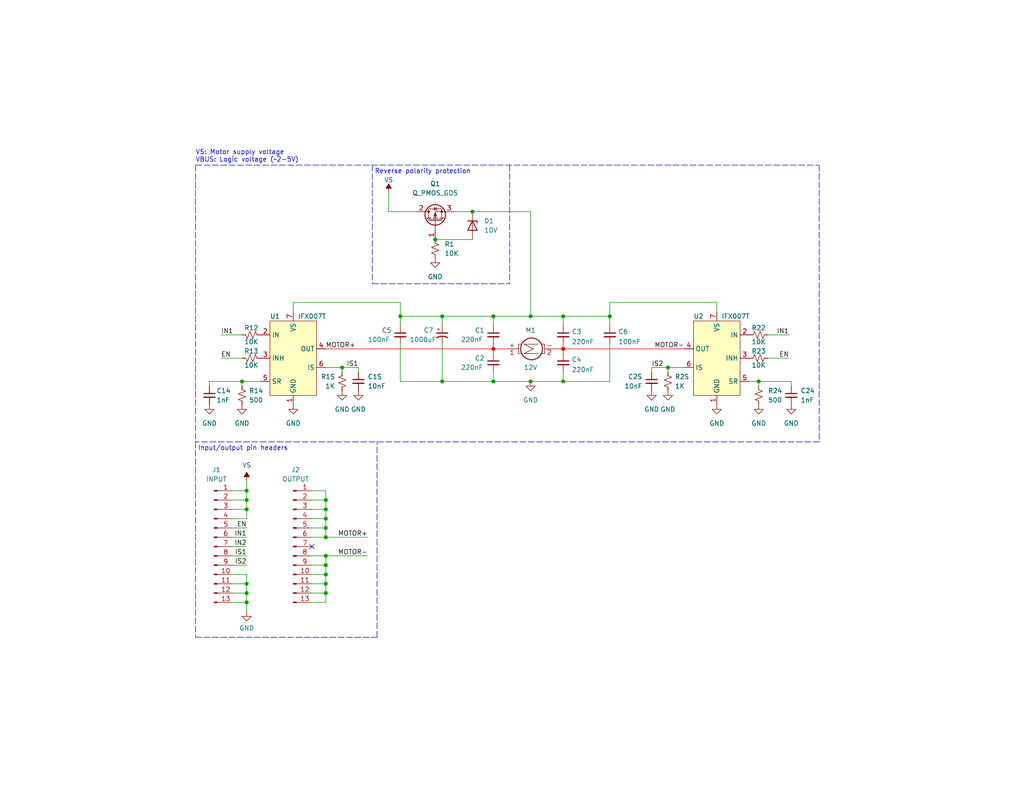
<source format=kicad_sch>
(kicad_sch (version 20211123) (generator eeschema)
  (paper "USLetter")
  (title_block (title "Brake Controller Breakout") (date "2022-04-04") (rev "A") (company "AMP Purdue"))
  (lib_symbols
    (symbol "Connector:Conn_01x13_Male" (pin_names (offset 1.016) hide)
      (property "Reference" "J" (at 0 17.78 0))
      (property "Value" "Conn_01x13_Male" (at 0 -17.78 0))
      (symbol "Conn_01x13_Male_1_1"
        (polyline (pts (xy 1.27 -15.24) (xy 0.8636 -15.24)) (stroke (width 0.1524)))
        (polyline (pts (xy 1.27 -12.7) (xy 0.8636 -12.7)) (stroke (width 0.1524)))
        (polyline (pts (xy 1.27 -10.16) (xy 0.8636 -10.16)) (stroke (width 0.1524)))
        (polyline (pts (xy 1.27 -7.62) (xy 0.8636 -7.62)) (stroke (width 0.1524)))
        (polyline (pts (xy 1.27 -5.08) (xy 0.8636 -5.08)) (stroke (width 0.1524)))
        (polyline (pts (xy 1.27 -2.54) (xy 0.8636 -2.54)) (stroke (width 0.1524)))
        (polyline (pts (xy 1.27 0) (xy 0.8636 0)) (stroke (width 0.1524)))
        (polyline (pts (xy 1.27 2.54) (xy 0.8636 2.54)) (stroke (width 0.1524)))
        (polyline (pts (xy 1.27 5.08) (xy 0.8636 5.08)) (stroke (width 0.1524)))
        (polyline (pts (xy 1.27 7.62) (xy 0.8636 7.62)) (stroke (width 0.1524)))
        (polyline (pts (xy 1.27 10.16) (xy 0.8636 10.16)) (stroke (width 0.1524)))
        (polyline (pts (xy 1.27 12.7) (xy 0.8636 12.7)) (stroke (width 0.1524)))
        (polyline (pts (xy 1.27 15.24) (xy 0.8636 15.24)) (stroke (width 0.1524)))
        (rectangle (start 0.8636 -15.113) (end 0 -15.367) (stroke (width 0.1524)) (fill (type outline)))
        (rectangle (start 0.8636 -12.573) (end 0 -12.827) (stroke (width 0.1524)) (fill (type outline)))
        (rectangle (start 0.8636 -10.033) (end 0 -10.287) (stroke (width 0.1524)) (fill (type outline)))
        (rectangle (start 0.8636 -7.493) (end 0 -7.747) (stroke (width 0.1524)) (fill (type outline)))
        (rectangle (start 0.8636 -4.953) (end 0 -5.207) (stroke (width 0.1524)) (fill (type outline)))
        (rectangle (start 0.8636 -2.413) (end 0 -2.667) (stroke (width 0.1524)) (fill (type outline)))
        (rectangle (start 0.8636 0.127) (end 0 -0.127) (stroke (width 0.1524)) (fill (type outline)))
        (rectangle (start 0.8636 2.667) (end 0 2.413) (stroke (width 0.1524)) (fill (type outline)))
        (rectangle (start 0.8636 5.207) (end 0 4.953) (stroke (width 0.1524)) (fill (type outline)))
        (rectangle (start 0.8636 7.747) (end 0 7.493) (stroke (width 0.1524)) (fill (type outline)))
        (rectangle (start 0.8636 10.287) (end 0 10.033) (stroke (width 0.1524)) (fill (type outline)))
        (rectangle (start 0.8636 12.827) (end 0 12.573) (stroke (width 0.1524)) (fill (type outline)))
        (rectangle (start 0.8636 15.367) (end 0 15.113) (stroke (width 0.1524)) (fill (type outline)))
        (pin passive line (at 5.08 15.24 180) (length 3.81) (name "Pin_1") (number "1"))
        (pin passive line (at 5.08 -7.62 180) (length 3.81) (name "Pin_10") (number "10"))
        (pin passive line (at 5.08 -10.16 180) (length 3.81) (name "Pin_11") (number "11"))
        (pin passive line (at 5.08 -12.7 180) (length 3.81) (name "Pin_12") (number "12"))
        (pin passive line (at 5.08 -15.24 180) (length 3.81) (name "Pin_13") (number "13"))
        (pin passive line (at 5.08 12.7 180) (length 3.81) (name "Pin_2") (number "2"))
        (pin passive line (at 5.08 10.16 180) (length 3.81) (name "Pin_3") (number "3"))
        (pin passive line (at 5.08 7.62 180) (length 3.81) (name "Pin_4") (number "4"))
        (pin passive line (at 5.08 5.08 180) (length 3.81) (name "Pin_5") (number "5"))
        (pin passive line (at 5.08 2.54 180) (length 3.81) (name "Pin_6") (number "6"))
        (pin passive line (at 5.08 0 180) (length 3.81) (name "Pin_7") (number "7"))
        (pin passive line (at 5.08 -2.54 180) (length 3.81) (name "Pin_8") (number "8"))
        (pin passive line (at 5.08 -5.08 180) (length 3.81) (name "Pin_9") (number "9"))
      )
    )
    (symbol "Device:C_Polarized_Small_US" (pin_numbers hide) (pin_names (offset 0.254) hide)
      (property "Reference" "C" (at 0.254 1.778 0))
      (property "Value" "C_Polarized_Small_US" (at 0.254 -2.032 0))
      (symbol "C_Polarized_Small_US_0_1"
        (polyline (pts (xy -1.524 0.508) (xy 1.524 0.508)) (stroke (width 0.3048)))
        (polyline (pts (xy -1.27 1.524) (xy -0.762 1.524)))
        (polyline (pts (xy -1.016 1.27) (xy -1.016 1.778)))
        (arc (start 1.524 -0.762) (mid 0 -0.3734) (end -1.524 -0.762) (stroke (width 0.3048)))
      )
      (symbol "C_Polarized_Small_US_1_1"
        (pin passive line (at 0 2.54 270) (length 2.032) (name "~") (number "1"))
        (pin passive line (at 0 -2.54 90) (length 2.032) (name "~") (number "2"))
      )
    )
    (symbol "Device:C_Small" (pin_numbers hide) (pin_names (offset 0.254) hide)
      (property "Reference" "C" (at 0.254 1.778 0))
      (property "Value" "C_Small" (at 0.254 -2.032 0))
      (symbol "C_Small_0_1"
        (polyline (pts (xy -1.524 -0.508) (xy 1.524 -0.508)) (stroke (width 0.3302)))
        (polyline (pts (xy -1.524 0.508) (xy 1.524 0.508)) (stroke (width 0.3048)))
      )
      (symbol "C_Small_1_1"
        (pin passive line (at 0 2.54 270) (length 2.032) (name "~") (number "1"))
        (pin passive line (at 0 -2.54 90) (length 2.032) (name "~") (number "2"))
      )
    )
    (symbol "Device:D_Zener" (pin_numbers hide) (pin_names (offset 1.016) hide)
      (property "Reference" "D" (at 0 2.54 0))
      (property "Value" "D_Zener" (at 0 -2.54 0))
      (symbol "D_Zener_0_1"
        (polyline (pts (xy 1.27 0) (xy -1.27 0)))
        (polyline (pts (xy -1.27 -1.27) (xy -1.27 1.27) (xy -0.762 1.27)) (stroke (width 0.254)))
        (polyline (pts (xy 1.27 -1.27) (xy 1.27 1.27) (xy -1.27 0) (xy 1.27 -1.27)) (stroke (width 0.254)))
      )
      (symbol "D_Zener_1_1"
        (pin passive line (at -3.81 0 0) (length 2.54) (name "K") (number "1"))
        (pin passive line (at 3.81 0 180) (length 2.54) (name "A") (number "2"))
      )
    )
    (symbol "Device:Q_PMOS_GDS" (pin_names (offset 0) hide)
      (property "Reference" "Q" (at 5.08 1.27 0))
      (property "Value" "Q_PMOS_GDS" (at 5.08 -1.27 0))
      (symbol "Q_PMOS_GDS_0_1"
        (polyline (pts (xy 0.254 0) (xy -2.54 0)))
        (polyline (pts (xy 0.254 1.905) (xy 0.254 -1.905)) (stroke (width 0.254)))
        (polyline (pts (xy 0.762 -1.27) (xy 0.762 -2.286)) (stroke (width 0.254)))
        (polyline (pts (xy 0.762 0.508) (xy 0.762 -0.508)) (stroke (width 0.254)))
        (polyline (pts (xy 0.762 2.286) (xy 0.762 1.27)) (stroke (width 0.254)))
        (polyline (pts (xy 2.54 2.54) (xy 2.54 1.778)))
        (polyline (pts (xy 2.54 -2.54) (xy 2.54 0) (xy 0.762 0)))
        (polyline (pts (xy 0.762 1.778) (xy 3.302 1.778) (xy 3.302 -1.778) (xy 0.762 -1.778)))
        (polyline (pts (xy 2.286 0) (xy 1.27 0.381) (xy 1.27 -0.381) (xy 2.286 0)) (fill (type outline)))
        (polyline (pts (xy 2.794 -0.508) (xy 2.921 -0.381) (xy 3.683 -0.381) (xy 3.81 -0.254)))
        (polyline (pts (xy 3.302 -0.381) (xy 2.921 0.254) (xy 3.683 0.254) (xy 3.302 -0.381)))
        (circle (center 1.651 0) (radius 2.794) (stroke (width 0.254)))
        (circle (center 2.54 -1.778) (radius 0.254) (fill (type outline)))
        (circle (center 2.54 1.778) (radius 0.254) (fill (type outline)))
      )
      (symbol "Q_PMOS_GDS_1_1"
        (pin input line (at -5.08 0 0) (length 2.54) (name "G") (number "1"))
        (pin passive line (at 2.54 5.08 270) (length 2.54) (name "D") (number "2"))
        (pin passive line (at 2.54 -5.08 90) (length 2.54) (name "S") (number "3"))
      )
    )
    (symbol "Device:R_Small_US" (pin_numbers hide) (pin_names (offset 0.254) hide)
      (property "Reference" "R" (at 0.762 0.508 0))
      (property "Value" "R_Small_US" (at 0.762 -1.016 0))
      (symbol "R_Small_US_1_1"
        (polyline (pts (xy 0 0) (xy 1.016 -0.381) (xy 0 -0.762) (xy -1.016 -1.143) (xy 0 -1.524)))
        (polyline (pts (xy 0 1.524) (xy 1.016 1.143) (xy 0 0.762) (xy -1.016 0.381) (xy 0 0)))
        (pin passive line (at 0 2.54 270) (length 1.016) (name "~") (number "1"))
        (pin passive line (at 0 -2.54 90) (length 1.016) (name "~") (number "2"))
      )
    )
    (symbol "Driver_Motor_Other:IFX007T"
      (property "Reference" "U" (at 7.62 8.89 0))
      (property "Value" "IFX007T" (at 7.62 6.35 0))
      (symbol "IFX007T_0_1"
        (rectangle (start -6.35 10.16) (end 6.35 -10.16) (stroke (width 0.1524)) (fill (type background)))
      )
      (symbol "IFX007T_1_1"
        (pin power_in line (at 0 -12.7 90) (length 2.54) (name "GND") (number "1"))
        (pin input line (at -8.89 6.35 0) (length 2.54) (name "IN") (number "2"))
        (pin input line (at -8.89 0 0) (length 2.54) (name "INH") (number "3"))
        (pin power_out line (at 8.89 2.54 180) (length 2.54) (name "OUT") (number "4"))
        (pin input line (at -8.89 -6.35 0) (length 2.54) (name "SR") (number "5"))
        (pin output line (at 8.89 -2.54 180) (length 2.54) (name "IS") (number "6"))
        (pin power_in line (at 0 12.7 270) (length 2.54) (name "VS") (number "7"))
        (pin power_in line (at 0 -12.7 90) (length 2.54) hide (name "GND") (number "8"))
      )
    )
    (symbol "Motor:Motor_DC_ALT" (pin_names (offset 0))
      (property "Reference" "M" (at 2.54 2.54 0))
      (property "Value" "Motor_DC_ALT" (at 2.54 -5.08 0))
      (symbol "Motor_DC_ALT_0_0"
        (circle (center 0 -1.524) (radius 2.9718) (stroke (width 0.254)))
        (polyline (pts (xy -1.27 -4.318) (xy -1.27 -5.08) (xy 1.27 -5.08) (xy 1.27 -4.318)))
        (polyline (pts (xy -1.27 1.27) (xy -1.27 2.032) (xy 1.27 2.032) (xy 1.27 1.27)))
        (polyline (pts (xy -1.27 -3.302) (xy -1.27 0.508) (xy 0 -2.032) (xy 1.27 0.508) (xy 1.27 -3.302)))
      )
      (symbol "Motor_DC_ALT_0_1"
        (polyline (pts (xy 0 2.032) (xy 0 2.54)))
      )
      (symbol "Motor_DC_ALT_1_1"
        (pin passive line (at 0 5.08 270) (length 2.54) (name "+") (number "1"))
        (pin passive line (at 0 -7.62 90) (length 2.54) (name "-") (number "2"))
      )
    )
    (symbol "power:GND" (power) (pin_names (offset 0))
      (property "Value" "GND" (at 0 -3.81 0))
      (symbol "GND_0_1"
        (polyline (pts (xy 0 0) (xy 0 -1.27) (xy 1.27 -1.27) (xy 0 -2.54) (xy -1.27 -1.27) (xy 0 -1.27)))
      )
      (symbol "GND_1_1"
        (pin power_in line (at 0 0 270) (length 0) hide (name "GND") (number "1"))
      )
    )
    (symbol "power:VS" (power) (pin_names (offset 0))
      (property "Value" "VS" (at 0 3.81 0))
      (symbol "VS_0_1"
        (polyline (pts (xy 0 0) (xy 0 2.54)))
        (polyline (pts (xy 0.762 1.27) (xy -0.762 1.27) (xy 0 2.54) (xy 0.762 1.27)) (fill (type outline)))
      )
      (symbol "VS_1_1"
        (pin power_in line (at 0 0 90) (length 0) hide (name "VS") (number "1"))
      )
    )
  )
  (junction (at 207.01 104.14))
  (junction (at 88.9 161.925))
  (junction (at 120.65 86.36))
  (junction (at 67.31 139.065))
  (junction (at 182.245 100.33))
  (junction (at 134.62 95.25) (color 255 0 0 1))
  (junction (at 153.67 86.36))
  (junction (at 88.9 154.305))
  (junction (at 153.67 95.25) (color 255 0 0 1))
  (junction (at 134.62 86.36))
  (junction (at 144.78 104.14))
  (junction (at 93.345 100.33))
  (junction (at 144.78 86.36))
  (junction (at 67.31 133.985))
  (junction (at 109.22 86.36))
  (junction (at 67.31 164.465))
  (junction (at 67.31 161.925))
  (junction (at 120.65 104.14))
  (junction (at 88.9 139.065))
  (junction (at 134.62 104.14))
  (junction (at 128.905 57.785))
  (junction (at 153.67 104.14))
  (junction (at 88.9 146.685))
  (junction (at 88.9 151.765))
  (junction (at 88.9 156.845))
  (junction (at 67.31 159.385))
  (junction (at 66.04 104.14))
  (junction (at 88.9 159.385))
  (junction (at 88.9 136.525))
  (junction (at 67.31 136.525))
  (junction (at 88.9 144.145))
  (junction (at 88.9 141.605))
  (junction (at 166.37 86.36))
  (junction (at 118.745 65.405))
  (no_connect (at 85.09 149.225))
  (wire (pts (xy 88.9 159.385) (xy 88.9 161.925)))
  (wire (pts (xy 88.9 95.25) (xy 134.62 95.25)) (stroke (width 0) (color 255 0 0 1)))
  (polyline (pts (xy 53.34 173.99) (xy 102.87 173.99)))
  (wire (pts (xy 85.09 154.305) (xy 88.9 154.305)))
  (wire (pts (xy 63.5 139.065) (xy 67.31 139.065)))
  (wire (pts (xy 67.31 133.985) (xy 63.5 133.985)))
  (wire (pts (xy 153.67 104.14) (xy 166.37 104.14)))
  (wire (pts (xy 85.09 156.845) (xy 88.9 156.845)))
  (wire (pts (xy 106.045 57.785) (xy 106.045 52.705)))
  (wire (pts (xy 63.5 141.605) (xy 67.31 141.605)))
  (wire (pts (xy 63.5 154.305) (xy 67.31 154.305)))
  (wire (pts (xy 97.79 100.33) (xy 97.79 101.6)))
  (wire (pts (xy 134.62 93.98) (xy 134.62 95.25)) (stroke (width 0) (color 255 0 0 1)))
  (wire (pts (xy 88.9 141.605) (xy 88.9 139.065)))
  (wire (pts (xy 60.325 97.79) (xy 66.04 97.79)))
  (wire (pts (xy 153.67 101.6) (xy 153.67 104.14)))
  (wire (pts (xy 67.31 139.065) (xy 67.31 141.605)))
  (polyline (pts (xy 53.34 45.085) (xy 223.52 45.085)))
  (wire (pts (xy 166.37 86.36) (xy 166.37 88.9)))
  (wire (pts (xy 204.47 104.14) (xy 207.01 104.14)))
  (wire (pts (xy 63.5 136.525) (xy 67.31 136.525)))
  (wire (pts (xy 63.5 151.765) (xy 67.31 151.765)))
  (wire (pts (xy 88.9 154.305) (xy 88.9 156.845)))
  (wire (pts (xy 63.5 144.145) (xy 67.31 144.145)))
  (wire (pts (xy 215.265 91.44) (xy 209.55 91.44)))
  (wire (pts (xy 144.78 86.36) (xy 153.67 86.36)))
  (wire (pts (xy 85.09 159.385) (xy 88.9 159.385)))
  (polyline (pts (xy 53.34 120.65) (xy 53.34 173.99)))
  (wire (pts (xy 67.31 161.925) (xy 67.31 164.465)))
  (wire (pts (xy 182.245 100.33) (xy 177.8 100.33)))
  (wire (pts (xy 144.78 104.14) (xy 153.67 104.14)))
  (wire (pts (xy 166.37 82.55) (xy 195.58 82.55)))
  (wire (pts (xy 207.01 104.14) (xy 215.9 104.14)))
  (wire (pts (xy 66.04 104.14) (xy 66.04 105.41)))
  (wire (pts (xy 134.62 104.14) (xy 144.78 104.14)))
  (wire (pts (xy 120.65 93.98) (xy 120.65 104.14)))
  (wire (pts (xy 113.665 57.785) (xy 106.045 57.785)))
  (wire (pts (xy 88.9 151.765) (xy 100.33 151.765)))
  (wire (pts (xy 88.9 136.525) (xy 85.09 136.525)))
  (polyline (pts (xy 102.87 173.99) (xy 102.87 120.65)))
  (wire (pts (xy 109.22 104.14) (xy 120.65 104.14)))
  (wire (pts (xy 88.9 146.685) (xy 88.9 144.145)))
  (wire (pts (xy 109.22 93.98) (xy 109.22 104.14)))
  (wire (pts (xy 177.8 100.33) (xy 177.8 101.6)))
  (wire (pts (xy 215.9 104.14) (xy 215.9 105.41)))
  (wire (pts (xy 134.62 88.9) (xy 134.62 86.36)))
  (wire (pts (xy 85.09 144.145) (xy 88.9 144.145)))
  (wire (pts (xy 182.245 100.33) (xy 186.69 100.33)))
  (wire (pts (xy 80.01 82.55) (xy 109.22 82.55)))
  (wire (pts (xy 109.22 86.36) (xy 120.65 86.36)))
  (wire (pts (xy 60.325 91.44) (xy 66.04 91.44)))
  (polyline (pts (xy 101.6 77.47) (xy 139.065 77.47)))
  (wire (pts (xy 166.37 82.55) (xy 166.37 86.36)))
  (wire (pts (xy 182.245 100.33) (xy 182.245 101.6)))
  (wire (pts (xy 151.13 95.25) (xy 153.67 95.25)) (stroke (width 0) (color 255 0 0 1)))
  (wire (pts (xy 67.31 167.005) (xy 67.31 164.465)))
  (wire (pts (xy 67.31 161.925) (xy 67.31 159.385)))
  (wire (pts (xy 85.09 161.925) (xy 88.9 161.925)))
  (wire (pts (xy 134.62 86.36) (xy 144.78 86.36)))
  (wire (pts (xy 88.9 136.525) (xy 88.9 139.065)))
  (wire (pts (xy 109.22 88.9) (xy 109.22 86.36)))
  (wire (pts (xy 63.5 146.685) (xy 67.31 146.685)))
  (polyline (pts (xy 223.52 120.65) (xy 53.34 120.65)))
  (wire (pts (xy 93.345 100.33) (xy 88.9 100.33)))
  (wire (pts (xy 80.01 85.09) (xy 80.01 82.55)))
  (wire (pts (xy 123.825 57.785) (xy 128.905 57.785)))
  (wire (pts (xy 57.15 104.14) (xy 66.04 104.14)))
  (wire (pts (xy 85.09 151.765) (xy 88.9 151.765)))
  (wire (pts (xy 67.31 159.385) (xy 63.5 159.385)))
  (wire (pts (xy 85.09 141.605) (xy 88.9 141.605)))
  (wire (pts (xy 118.745 65.405) (xy 128.905 65.405)))
  (wire (pts (xy 93.345 100.33) (xy 97.79 100.33)))
  (wire (pts (xy 195.58 82.55) (xy 195.58 85.09)))
  (wire (pts (xy 67.31 139.065) (xy 67.31 136.525)))
  (polyline (pts (xy 223.52 45.085) (xy 223.52 120.65)))
  (wire (pts (xy 66.04 104.14) (xy 71.12 104.14)))
  (wire (pts (xy 93.345 100.33) (xy 93.345 101.6)))
  (polyline (pts (xy 139.065 45.085) (xy 139.065 77.47)))
  (wire (pts (xy 67.31 164.465) (xy 63.5 164.465)))
  (wire (pts (xy 63.5 149.225) (xy 67.31 149.225)))
  (wire (pts (xy 153.67 95.25) (xy 153.67 96.52)) (stroke (width 0) (color 255 0 0 1)))
  (wire (pts (xy 209.55 97.79) (xy 215.265 97.79)))
  (wire (pts (xy 134.62 101.6) (xy 134.62 104.14)))
  (wire (pts (xy 57.15 104.14) (xy 57.15 105.41)))
  (wire (pts (xy 85.09 133.985) (xy 88.9 133.985)))
  (wire (pts (xy 166.37 86.36) (xy 153.67 86.36)))
  (wire (pts (xy 88.9 156.845) (xy 88.9 159.385)))
  (polyline (pts (xy 101.6 45.085) (xy 101.6 77.47)))
  (wire (pts (xy 63.5 156.845) (xy 67.31 156.845)))
  (wire (pts (xy 88.9 146.685) (xy 100.33 146.685)))
  (wire (pts (xy 120.65 86.36) (xy 134.62 86.36)))
  (wire (pts (xy 109.22 82.55) (xy 109.22 86.36)))
  (wire (pts (xy 88.9 164.465) (xy 85.09 164.465)))
  (polyline (pts (xy 53.34 45.085) (xy 53.34 120.65)))
  (wire (pts (xy 88.9 133.985) (xy 88.9 136.525)))
  (wire (pts (xy 88.9 144.145) (xy 88.9 141.605)))
  (wire (pts (xy 134.62 95.25) (xy 134.62 96.52)) (stroke (width 0) (color 255 0 0 1)))
  (wire (pts (xy 88.9 139.065) (xy 85.09 139.065)))
  (wire (pts (xy 207.01 104.14) (xy 207.01 105.41)))
  (wire (pts (xy 153.67 86.36) (xy 153.67 88.9)))
  (wire (pts (xy 88.9 151.765) (xy 88.9 154.305)))
  (wire (pts (xy 153.67 95.25) (xy 186.69 95.25)) (stroke (width 0) (color 255 0 0 1)))
  (wire (pts (xy 88.9 161.925) (xy 88.9 164.465)))
  (wire (pts (xy 85.09 146.685) (xy 88.9 146.685)))
  (wire (pts (xy 120.65 86.36) (xy 120.65 88.9)))
  (wire (pts (xy 67.31 131.445) (xy 67.31 133.985)))
  (wire (pts (xy 120.65 104.14) (xy 134.62 104.14)))
  (wire (pts (xy 134.62 95.25) (xy 138.43 95.25)) (stroke (width 0) (color 255 0 0 1)))
  (wire (pts (xy 144.78 57.785) (xy 144.78 86.36)))
  (wire (pts (xy 67.31 136.525) (xy 67.31 133.985)))
  (wire (pts (xy 128.905 57.785) (xy 144.78 57.785)))
  (wire (pts (xy 67.31 156.845) (xy 67.31 159.385)))
  (wire (pts (xy 153.67 93.98) (xy 153.67 95.25)) (stroke (width 0) (color 255 0 0 1)))
  (wire (pts (xy 166.37 104.14) (xy 166.37 93.98)))
  (wire (pts (xy 63.5 161.925) (xy 67.31 161.925)))
  (text "VS: Motor supply voltage\nVBUS: Logic voltage (~2-5V)" (at 53.34 44.45 0) (effects (font (size 1.27 1.27)) (justify left bottom)))
  (text "Reverse polarity protection" (at 102.235 47.625 0) (effects (font (size 1.27 1.27)) (justify left bottom)))
  (text "Input/output pin headers" (at 53.975 123.19 0) (effects (font (size 1.27 1.27)) (justify left bottom)))
  (label "IS1" (at 67.31 151.765 180))
  (label "EN" (at 215.265 97.79 180))
  (label "MOTOR-" (at 100.33 151.765 180))
  (label "IS2" (at 177.8 100.33 0))
  (label "MOTOR+" (at 88.9 95.25 0))
  (label "MOTOR-" (at 186.69 95.25 180))
  (label "IS1" (at 97.79 100.33 180))
  (label "IN1" (at 67.31 146.685 180))
  (label "IN1" (at 215.265 91.44 180))
  (label "IS2" (at 67.31 154.305 180))
  (label "EN" (at 60.325 97.79 0))
  (label "MOTOR+" (at 100.33 146.685 180))
  (label "IN2" (at 67.31 149.225 180))
  (label "IN1" (at 60.325 91.44 0))
  (label "EN" (at 67.31 144.145 180))
  (symbol (lib_id "power:GND") (at 207.01 110.49 0) (unit 1)
    (property "Reference" "#PWR?" (effects hide))
    (property "Value" "GND" (at 207.01 115.57 0))
  )
  (symbol (lib_id "Device:R_Small_US") (at 68.58 91.44 270) (mirror x) (unit 1)
    (property "Reference" "R12" (at 68.58 89.535 90))
    (property "Value" "10K" (at 68.58 93.345 90))
  )
  (symbol (lib_id "power:GND") (at 66.04 110.49 0) (unit 1)
    (property "Reference" "#PWR?" (effects hide))
    (property "Value" "GND" (at 66.04 115.57 0))
  )
  (symbol (lib_id "Device:Q_PMOS_GDS") (at 118.745 60.325 90) (unit 1)
    (property "Reference" "Q1" (at 118.745 50.165 90))
    (property "Value" "Q_PMOS_GDS" (at 118.745 52.705 90))
  )
  (symbol (lib_id "Device:R_Small_US") (at 182.245 104.14 0) (unit 1)
    (property "Reference" "R2S" (at 184.15 102.8699 0) (effects (justify left)))
    (property "Value" "1K" (at 184.15 105.4099 0) (effects (justify left)))
  )
  (symbol (lib_id "Connector:Conn_01x13_Male") (at 58.42 149.225 0) (unit 1)
    (property "Reference" "J1" (at 59.055 128.27 0))
    (property "Value" "INPUT" (at 59.055 130.81 0))
  )
  (symbol (lib_id "Device:R_Small_US") (at 66.04 107.95 0) (unit 1)
    (property "Reference" "R14" (at 67.945 106.68 0) (effects (justify left)))
    (property "Value" "500" (at 67.945 109.22 0) (effects (justify left)))
  )
  (symbol (lib_id "Device:C_Small") (at 97.79 104.14 0) (mirror y) (unit 1)
    (property "Reference" "C1S" (at 100.33 102.87 0) (effects (justify right)))
    (property "Value" "10nF" (at 100.33 105.41 0) (effects (justify right)))
  )
  (symbol (lib_id "power:GND") (at 195.58 110.49 0) (unit 1)
    (property "Reference" "#PWR?" (effects hide))
    (property "Value" "GND" (at 195.58 115.57 0))
  )
  (symbol (lib_id "Device:R_Small_US") (at 207.01 91.44 90) (unit 1)
    (property "Reference" "R22" (at 207.01 89.535 90))
    (property "Value" "10K" (at 207.01 93.345 90))
  )
  (symbol (lib_id "power:GND") (at 93.345 106.68 0) (mirror y) (unit 1)
    (property "Reference" "#PWR?" (effects hide))
    (property "Value" "GND" (at 93.345 111.76 0))
  )
  (symbol (lib_id "power:GND") (at 177.8 106.68 0) (unit 1)
    (property "Reference" "#PWR?" (effects hide))
    (property "Value" "GND" (at 177.8 111.76 0))
  )
  (symbol (lib_id "Connector:Conn_01x13_Male") (at 80.01 149.225 0) (unit 1)
    (property "Reference" "J2" (at 80.645 128.27 0))
    (property "Value" "OUTPUT" (at 80.645 130.81 0))
  )
  (symbol (lib_id "Motor:Motor_DC_ALT") (at 143.51 95.25 90) (unit 1)
    (property "Reference" "M1" (at 144.78 90.17 90))
    (property "Value" "12V" (at 144.78 100.33 90))
  )
  (symbol (lib_id "Device:R_Small_US") (at 207.01 107.95 0) (unit 1)
    (property "Reference" "R24" (at 209.55 106.6799 0) (effects (justify left)))
    (property "Value" "500" (at 209.55 109.2199 0) (effects (justify left)))
  )
  (symbol (lib_id "Device:C_Small") (at 134.62 99.06 0) (unit 1)
    (property "Reference" "C2" (at 129.54 97.79 0) (effects (justify left)))
    (property "Value" "220nF" (at 125.73 100.33 0) (effects (justify left)))
  )
  (symbol (lib_id "Device:R_Small_US") (at 68.58 97.79 270) (mirror x) (unit 1)
    (property "Reference" "R13" (at 68.58 95.885 90))
    (property "Value" "10K" (at 68.58 99.695 90))
  )
  (symbol (lib_id "Device:C_Polarized_Small_US") (at 120.65 91.44 0) (unit 1)
    (property "Reference" "C7" (at 115.57 90.17 0) (effects (justify left)))
    (property "Value" "1000uF" (at 111.76 92.71 0) (effects (justify left)))
  )
  (symbol (lib_id "Device:C_Small") (at 57.15 107.95 0) (unit 1)
    (property "Reference" "C14" (at 59.055 106.68 0) (effects (justify left)))
    (property "Value" "1nF" (at 59.055 109.22 0) (effects (justify left)))
  )
  (symbol (lib_id "power:GND") (at 182.245 106.68 0) (unit 1)
    (property "Reference" "#PWR?" (effects hide))
    (property "Value" "GND" (at 182.245 111.76 0))
  )
  (symbol (lib_id "Device:R_Small_US") (at 118.745 67.945 0) (unit 1)
    (property "Reference" "R1" (at 121.285 66.6749 0) (effects (justify left)))
    (property "Value" "10K" (at 121.285 69.2149 0) (effects (justify left)))
  )
  (symbol (lib_id "Device:C_Small") (at 153.67 99.06 0) (unit 1)
    (property "Reference" "C4" (at 155.9941 98.1578 0) (effects (justify left)))
    (property "Value" "220nF" (at 155.9941 100.9329 0) (effects (justify left)))
  )
  (symbol (lib_id "Device:R_Small_US") (at 93.345 104.14 0) (mirror y) (unit 1)
    (property "Reference" "R1S" (at 91.44 102.87 0) (effects (justify left)))
    (property "Value" "1K" (at 91.44 105.41 0) (effects (justify left)))
  )
  (symbol (lib_id "Device:C_Small") (at 177.8 104.14 0) (unit 1)
    (property "Reference" "C2S" (at 175.26 102.87 0) (effects (justify right)))
    (property "Value" "10nF" (at 175.26 105.41 0) (effects (justify right)))
  )
  (symbol (lib_id "Device:D_Zener") (at 128.905 61.595 270) (unit 1)
    (property "Reference" "D1" (at 132.08 60.3249 90) (effects (justify left)))
    (property "Value" "10V" (at 132.08 62.8649 90) (effects (justify left)))
  )
  (symbol (lib_id "power:GND") (at 80.01 110.49 0) (unit 1)
    (property "Reference" "#PWR?" (effects hide))
    (property "Value" "GND" (at 80.01 115.57 0))
  )
  (symbol (lib_id "power:VS") (at 106.045 52.705 0) (unit 1)
    (property "Reference" "#PWR?" (effects hide))
    (property "Value" "VS" (at 106.045 49.1292 0))
  )
  (symbol (lib_id "power:GND") (at 215.9 110.49 0) (unit 1)
    (property "Reference" "#PWR?" (effects hide))
    (property "Value" "GND" (at 215.9 115.57 0))
  )
  (symbol (lib_id "Device:R_Small_US") (at 207.01 97.79 90) (unit 1)
    (property "Reference" "R23" (at 207.01 95.885 90))
    (property "Value" "10K" (at 207.01 99.695 90))
  )
  (symbol (lib_id "power:GND") (at 118.745 70.485 0) (unit 1)
    (property "Reference" "#PWR?" (effects hide))
    (property "Value" "GND" (at 118.745 75.565 0))
  )
  (symbol (lib_id "Device:C_Small") (at 153.67 91.44 0) (unit 1)
    (property "Reference" "C3" (at 155.9941 90.5378 0) (effects (justify left)))
    (property "Value" "220nF" (at 155.9941 93.3129 0) (effects (justify left)))
  )
  (symbol (lib_id "power:GND") (at 97.79 106.68 0) (mirror y) (unit 1)
    (property "Reference" "#PWR?" (effects hide))
    (property "Value" "GND" (at 97.79 111.76 0))
  )
  (symbol (lib_id "Device:C_Small") (at 109.22 91.44 0) (unit 1)
    (property "Reference" "C5" (at 104.14 90.17 0) (effects (justify left)))
    (property "Value" "100nF" (at 100.33 92.71 0) (effects (justify left)))
  )
  (symbol (lib_id "Device:C_Small") (at 134.62 91.44 0) (unit 1)
    (property "Reference" "C1" (at 129.54 90.17 0) (effects (justify left)))
    (property "Value" "220nF" (at 125.73 92.71 0) (effects (justify left)))
  )
  (symbol (lib_id "Driver_Motor_Other:IFX007T") (at 195.58 97.79 0) (mirror y) (unit 1)
    (property "Reference" "U2" (at 189.23 86.36 0) (effects (justify right)))
    (property "Value" "IFX007T" (at 196.85 86.36 0) (effects (justify right)))
  )
  (symbol (lib_id "power:GND") (at 57.15 110.49 0) (unit 1)
    (property "Reference" "#PWR?" (effects hide))
    (property "Value" "GND" (at 57.15 115.57 0))
  )
  (symbol (lib_id "power:GND") (at 67.31 167.005 0) (unit 1)
    (property "Reference" "#PWR?" (effects hide))
    (property "Value" "GND" (at 67.31 171.45 0))
  )
  (symbol (lib_id "Device:C_Small") (at 215.9 107.95 0) (unit 1)
    (property "Reference" "C24" (at 218.44 106.6862 0) (effects (justify left)))
    (property "Value" "1nF" (at 218.44 109.2262 0) (effects (justify left)))
  )
  (symbol (lib_id "Device:C_Small") (at 166.37 91.44 0) (unit 1)
    (property "Reference" "C6" (at 168.6941 90.5378 0) (effects (justify left)))
    (property "Value" "100nF" (at 168.6941 93.3129 0) (effects (justify left)))
  )
  (symbol (lib_id "power:VS") (at 67.31 131.445 0) (unit 1)
    (property "Reference" "#PWR?" (effects hide))
    (property "Value" "VS" (at 67.31 127 0))
  )
  (symbol (lib_id "power:GND") (at 144.78 104.14 0) (unit 1)
    (property "Reference" "#PWR?" (effects hide))
    (property "Value" "GND" (at 144.78 109.22 0))
  )
  (symbol (lib_id "Driver_Motor_Other:IFX007T") (at 80.01 97.79 0) (unit 1)
    (property "Reference" "U1" (at 73.66 86.36 0) (effects (justify left)))
    (property "Value" "IFX007T" (at 81.28 86.36 0) (effects (justify left)))
  )
)
</source>
